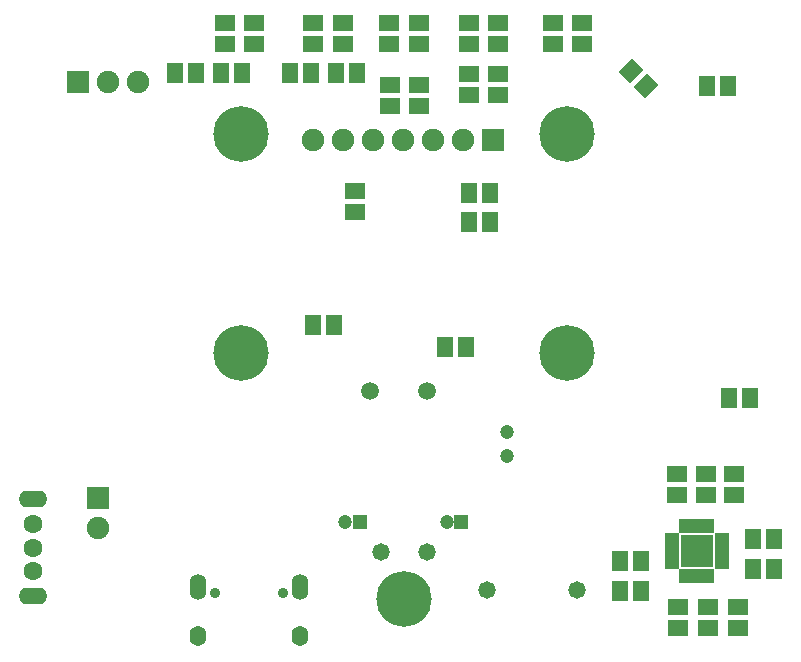
<source format=gbs>
G04*
G04 #@! TF.GenerationSoftware,Altium Limited,Altium Designer,18.1.9 (240)*
G04*
G04 Layer_Color=16711935*
%FSLAX25Y25*%
%MOIN*%
G70*
G01*
G75*
%ADD46R,0.05367X0.06587*%
%ADD51R,0.06587X0.05367*%
%ADD71C,0.05800*%
%ADD72R,0.04737X0.04737*%
%ADD73C,0.04737*%
%ADD74C,0.04737*%
%ADD75R,0.07493X0.07493*%
%ADD76C,0.07493*%
%ADD77C,0.05918*%
%ADD78O,0.09461X0.05524*%
%ADD79C,0.06312*%
%ADD80C,0.18517*%
%ADD81O,0.05524X0.06706*%
%ADD82O,0.05524X0.08674*%
%ADD83C,0.03556*%
G04:AMPARAMS|DCode=106|XSize=53.67mil|YSize=65.87mil|CornerRadius=0mil|HoleSize=0mil|Usage=FLASHONLY|Rotation=135.000|XOffset=0mil|YOffset=0mil|HoleType=Round|Shape=Rectangle|*
%AMROTATEDRECTD106*
4,1,4,0.04227,0.00432,-0.00432,-0.04227,-0.04227,-0.00432,0.00432,0.04227,0.04227,0.00432,0.0*
%
%ADD106ROTATEDRECTD106*%

%ADD107R,0.10642X0.10642*%
%ADD108R,0.01981X0.04737*%
%ADD109R,0.04737X0.01981*%
D46*
X213425Y190748D02*
D03*
X220433D02*
D03*
X89291Y111024D02*
D03*
X82284D02*
D03*
X134252Y154921D02*
D03*
X141260D02*
D03*
X134252Y145197D02*
D03*
X141260D02*
D03*
X133189Y103504D02*
D03*
X126181D02*
D03*
X97008Y195079D02*
D03*
X90000D02*
D03*
X74488Y195079D02*
D03*
X81496D02*
D03*
X36142Y195079D02*
D03*
X43150D02*
D03*
X58465Y195079D02*
D03*
X51457D02*
D03*
X220945Y86614D02*
D03*
X227953D02*
D03*
X191614Y22441D02*
D03*
X184606D02*
D03*
X228819Y29724D02*
D03*
X235827Y29724D02*
D03*
X184606Y32283D02*
D03*
X191614D02*
D03*
X228819Y39567D02*
D03*
X235827D02*
D03*
D51*
X143898Y194685D02*
D03*
Y187677D02*
D03*
X143898Y204567D02*
D03*
Y211575D02*
D03*
X134252D02*
D03*
Y204567D02*
D03*
X172047Y204567D02*
D03*
Y211575D02*
D03*
X162205D02*
D03*
Y204567D02*
D03*
X96142Y148701D02*
D03*
Y155709D02*
D03*
X107874Y190905D02*
D03*
Y183898D02*
D03*
X117520Y204567D02*
D03*
Y211575D02*
D03*
X107677Y211575D02*
D03*
Y204567D02*
D03*
X117520Y190905D02*
D03*
Y183898D02*
D03*
X92060Y204567D02*
D03*
Y211575D02*
D03*
X82284D02*
D03*
Y204567D02*
D03*
X62402Y204567D02*
D03*
Y211575D02*
D03*
X52756D02*
D03*
Y204567D02*
D03*
X203819Y10118D02*
D03*
Y17126D02*
D03*
X213858Y10079D02*
D03*
Y17086D02*
D03*
X134055Y187677D02*
D03*
Y194685D02*
D03*
X203425Y54330D02*
D03*
Y61338D02*
D03*
X213071D02*
D03*
Y54330D02*
D03*
X222716Y61338D02*
D03*
Y54330D02*
D03*
X223898Y17086D02*
D03*
Y10079D02*
D03*
D71*
X170236Y22835D02*
D03*
X140236D02*
D03*
X120079Y35433D02*
D03*
X104921D02*
D03*
D72*
X97835Y45276D02*
D03*
X131693D02*
D03*
D73*
X92913D02*
D03*
X126771D02*
D03*
D74*
X146732Y67413D02*
D03*
Y75287D02*
D03*
D75*
X3858Y191890D02*
D03*
X142205Y172638D02*
D03*
X10539Y53311D02*
D03*
D76*
X13858Y191890D02*
D03*
X23858D02*
D03*
X132205Y172638D02*
D03*
X122205D02*
D03*
X112205D02*
D03*
X102205D02*
D03*
X92205D02*
D03*
X82205D02*
D03*
X10539Y43311D02*
D03*
D77*
X101258Y88950D02*
D03*
X120156D02*
D03*
D78*
X-11024Y20669D02*
D03*
X-11024Y52952D02*
D03*
D79*
X-11024Y44685D02*
D03*
Y36811D02*
D03*
Y28937D02*
D03*
D80*
X58071Y101575D02*
D03*
X58071Y174803D02*
D03*
X166811Y101575D02*
D03*
X166811Y174803D02*
D03*
X112598Y19685D02*
D03*
D81*
X77953Y7283D02*
D03*
X43898D02*
D03*
D82*
X77953Y23819D02*
D03*
X43898Y23819D02*
D03*
D83*
X72303Y21771D02*
D03*
X49547D02*
D03*
D106*
X188155Y195703D02*
D03*
X193110Y190748D02*
D03*
D107*
X210118Y35630D02*
D03*
D108*
X215039Y43996D02*
D03*
X213071D02*
D03*
X211102D02*
D03*
X209134D02*
D03*
X207165D02*
D03*
X205197D02*
D03*
X205197Y27264D02*
D03*
X207165D02*
D03*
X209134D02*
D03*
X211102D02*
D03*
X213071D02*
D03*
X215039D02*
D03*
D109*
X201752Y40551D02*
D03*
Y38583D02*
D03*
Y36614D02*
D03*
Y34646D02*
D03*
Y32677D02*
D03*
Y30709D02*
D03*
X218484D02*
D03*
Y32677D02*
D03*
Y34646D02*
D03*
Y36614D02*
D03*
Y38583D02*
D03*
Y40551D02*
D03*
M02*

</source>
